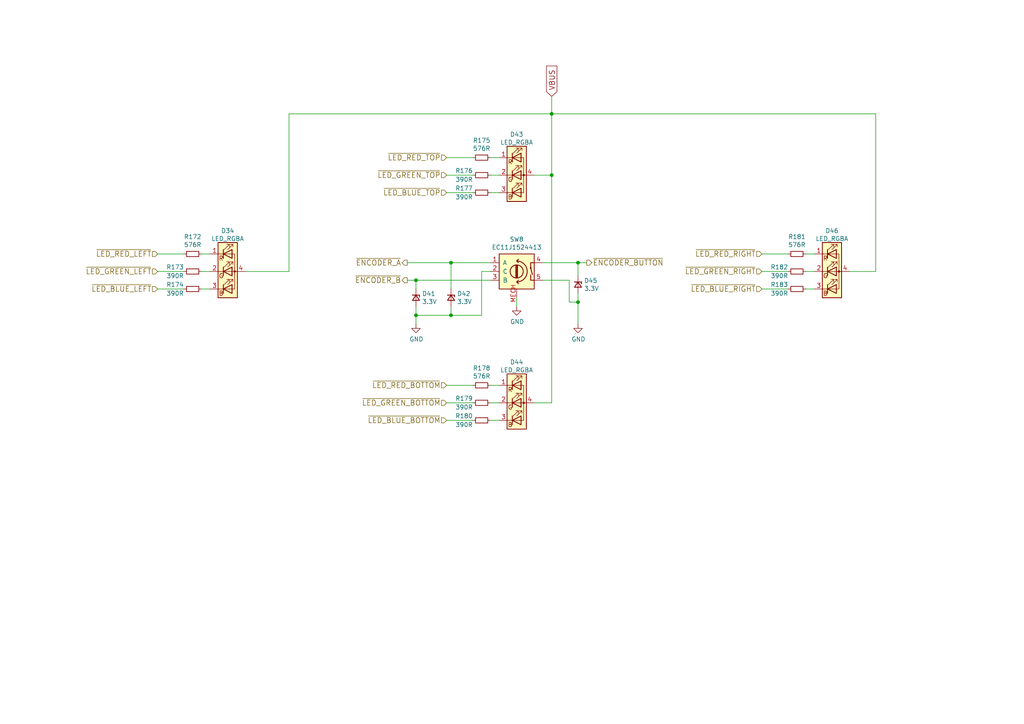
<source format=kicad_sch>
(kicad_sch (version 20211123) (generator eeschema)
  (paper "A4")
  (lib_symbols
    (symbol "Device:D_Zener_Small" (pin_numbers hide) (pin_names (offset 0.254) hide)
      (property "Reference" "D" (at 0 2.286 0))
      (property "Value" "D_Zener_Small" (at 0 -2.286 0))
      (symbol "D_Zener_Small_0_1"
        (polyline (pts (xy 0.762 0) (xy -0.762 0)))
        (polyline (pts (xy -0.254 1.016) (xy -0.762 1.016) (xy -0.762 -1.016)) (stroke (width 0.254)))
        (polyline (pts (xy 0.762 1.016) (xy -0.762 0) (xy 0.762 -1.016) (xy 0.762 1.016)) (stroke (width 0.254)))
      )
      (symbol "D_Zener_Small_1_1"
        (pin passive line (at -2.54 0 0) (length 1.778) (name "K") (number "1"))
        (pin passive line (at 2.54 0 180) (length 1.778) (name "A") (number "2"))
      )
    )
    (symbol "Device:LED_RGBA" (pin_names (offset 0) hide)
      (property "Reference" "D" (at 0 9.398 0))
      (property "Value" "LED_RGBA" (at 0 -8.89 0))
      (symbol "LED_RGBA_0_0"
        (text "B" (at -1.905 -6.35 0) (effects (font (size 1.27 1.27))))
        (text "G" (at -1.905 -1.27 0) (effects (font (size 1.27 1.27))))
        (text "R" (at -1.905 3.81 0) (effects (font (size 1.27 1.27))))
      )
      (symbol "LED_RGBA_0_1"
        (polyline (pts (xy -1.27 -5.08) (xy -2.54 -5.08)))
        (polyline (pts (xy -1.27 -5.08) (xy 1.27 -5.08)))
        (polyline (pts (xy -1.27 -3.81) (xy -1.27 -6.35)) (stroke (width 0.254)))
        (polyline (pts (xy -1.27 0) (xy -2.54 0)))
        (polyline (pts (xy -1.27 1.27) (xy -1.27 -1.27)) (stroke (width 0.254)))
        (polyline (pts (xy -1.27 5.08) (xy -2.54 5.08)))
        (polyline (pts (xy -1.27 5.08) (xy 1.27 5.08)))
        (polyline (pts (xy -1.27 6.35) (xy -1.27 3.81)) (stroke (width 0.254)))
        (polyline (pts (xy 1.27 0) (xy -1.27 0)))
        (polyline (pts (xy 1.27 0) (xy 2.54 0)))
        (polyline (pts (xy -1.27 1.27) (xy -1.27 -1.27) (xy -1.27 -1.27)))
        (polyline (pts (xy -1.27 6.35) (xy -1.27 3.81) (xy -1.27 3.81)))
        (polyline (pts (xy 1.27 -5.08) (xy 2.032 -5.08) (xy 2.032 5.08) (xy 1.27 5.08)))
        (polyline (pts (xy 1.27 -3.81) (xy 1.27 -6.35) (xy -1.27 -5.08) (xy 1.27 -3.81)) (stroke (width 0.254)))
        (polyline (pts (xy 1.27 1.27) (xy 1.27 -1.27) (xy -1.27 0) (xy 1.27 1.27)) (stroke (width 0.254)))
        (polyline (pts (xy 1.27 6.35) (xy 1.27 3.81) (xy -1.27 5.08) (xy 1.27 6.35)) (stroke (width 0.254)))
        (polyline (pts (xy -1.016 -3.81) (xy 0.508 -2.286) (xy -0.254 -2.286) (xy 0.508 -2.286) (xy 0.508 -3.048)))
        (polyline (pts (xy -1.016 1.27) (xy 0.508 2.794) (xy -0.254 2.794) (xy 0.508 2.794) (xy 0.508 2.032)))
        (polyline (pts (xy -1.016 6.35) (xy 0.508 7.874) (xy -0.254 7.874) (xy 0.508 7.874) (xy 0.508 7.112)))
        (polyline (pts (xy 0 -3.81) (xy 1.524 -2.286) (xy 0.762 -2.286) (xy 1.524 -2.286) (xy 1.524 -3.048)))
        (polyline (pts (xy 0 1.27) (xy 1.524 2.794) (xy 0.762 2.794) (xy 1.524 2.794) (xy 1.524 2.032)))
        (polyline (pts (xy 0 6.35) (xy 1.524 7.874) (xy 0.762 7.874) (xy 1.524 7.874) (xy 1.524 7.112)))
        (rectangle (start 1.27 -1.27) (end 1.27 1.27))
        (rectangle (start 1.27 1.27) (end 1.27 1.27))
        (rectangle (start 1.27 3.81) (end 1.27 6.35))
        (rectangle (start 1.27 6.35) (end 1.27 6.35))
        (circle (center 2.032 0) (radius 0.254) (fill (type outline)))
        (rectangle (start 2.794 8.382) (end -2.794 -7.62) (stroke (width 0.254)) (fill (type background)))
      )
      (symbol "LED_RGBA_1_1"
        (pin passive line (at -5.08 5.08 0) (length 2.54) (name "RK") (number "1"))
        (pin passive line (at -5.08 0 0) (length 2.54) (name "GK") (number "2"))
        (pin passive line (at -5.08 -5.08 0) (length 2.54) (name "BK") (number "3"))
        (pin passive line (at 5.08 0 180) (length 2.54) (name "A") (number "4"))
      )
    )
    (symbol "Device:R_Small" (pin_numbers hide) (pin_names (offset 0.254) hide)
      (property "Reference" "R" (at 0.762 0.508 0))
      (property "Value" "R_Small" (at 0.762 -1.016 0))
      (symbol "R_Small_0_1"
        (rectangle (start -0.762 1.778) (end 0.762 -1.778) (stroke (width 0.2032)))
      )
      (symbol "R_Small_1_1"
        (pin passive line (at 0 2.54 270) (length 0.762) (name "~") (number "1"))
        (pin passive line (at 0 -2.54 90) (length 0.762) (name "~") (number "2"))
      )
    )
    (symbol "Mainboard-rescue:GND-power" (power) (pin_names (offset 0))
      (property "Value" "GND-power" (at 0 -3.81 0))
      (symbol "GND-power_0_1"
        (polyline (pts (xy 0 0) (xy 0 -1.27) (xy 1.27 -1.27) (xy 0 -2.54) (xy -1.27 -1.27) (xy 0 -1.27)))
      )
      (symbol "GND-power_1_1"
        (pin power_in line (at 0 0 270) (length 0) hide (name "GND") (number "1"))
      )
    )
    (symbol "Mainboard:ROTARY_ENCODER_SWITCH_SMD" (pin_names (offset 1.016))
      (property "Reference" "SW" (at 0 6.604 0))
      (property "Value" "ROTARY_ENCODER_SWITCH_SMD" (at 0 -6.604 0))
      (symbol "ROTARY_ENCODER_SWITCH_SMD_0_1"
        (rectangle (start -5.08 5.08) (end 5.08 -5.08) (stroke (width 0.254)) (fill (type background)))
        (arc (start 0 -3.048) (mid 3.048 0) (end 0 3.048) (stroke (width 0.254)))
        (polyline (pts (xy -0.254 -1.778) (xy -0.254 1.778)) (stroke (width 0.254)))
        (polyline (pts (xy 0 -3.048) (xy 0.508 -3.556)) (stroke (width 0.254)))
        (polyline (pts (xy 0 -3.048) (xy 0.508 -2.54)) (stroke (width 0.254)))
        (polyline (pts (xy 0 -1.778) (xy 0 1.778)) (stroke (width 0.254)))
        (polyline (pts (xy 0 3.048) (xy 0.508 2.54)) (stroke (width 0.254)))
        (polyline (pts (xy 0.254 1.778) (xy 0.254 -1.778)) (stroke (width 0.254)))
        (polyline (pts (xy 0.508 3.556) (xy 0 3.048)) (stroke (width 0.254)))
        (polyline (pts (xy 4.064 1.016) (xy 4.572 -0.889)) (stroke (width 0.254)))
        (polyline (pts (xy 5.08 -2.54) (xy 4.064 -2.54) (xy 4.064 -1.016)) (stroke (width 0.254)))
        (polyline (pts (xy 5.08 2.54) (xy 4.064 2.54) (xy 4.064 1.016)) (stroke (width 0.254)))
        (circle (center 0 0) (radius 1.905) (stroke (width 0.254)))
        (circle (center 4.064 1.016) (radius 0.127) (stroke (width 0.254)))
      )
      (symbol "ROTARY_ENCODER_SWITCH_SMD_1_1"
        (pin input line (at -7.62 2.54 0) (length 2.54) (name "A") (number "1"))
        (pin input line (at -7.62 0 0) (length 2.54) (name "C") (number "2"))
        (pin input line (at -7.62 -2.54 0) (length 2.54) (name "B") (number "3"))
        (pin input line (at 7.62 2.54 180) (length 2.54) (name "~") (number "4"))
        (pin input line (at 7.62 -2.54 180) (length 2.54) (name "~") (number "5"))
        (pin power_in line (at 0 -7.62 90) (length 2.54) (name "~") (number "MECH"))
      )
    )
  )
  (junction (at 130.81 76.2))
  (junction (at 167.64 87.63))
  (junction (at 120.65 91.44))
  (junction (at 160.02 33.02))
  (junction (at 120.65 81.28))
  (junction (at 130.81 91.44))
  (junction (at 160.02 50.8))
  (junction (at 167.64 76.2))
  (wire (pts (xy 129.54 50.8) (xy 137.16 50.8)))
  (wire (pts (xy 129.54 111.76) (xy 137.16 111.76)))
  (wire (pts (xy 118.11 76.2) (xy 130.81 76.2)))
  (wire (pts (xy 130.81 88.9) (xy 130.81 91.44)))
  (wire (pts (xy 58.42 83.82) (xy 60.96 83.82)))
  (wire (pts (xy 45.72 78.74) (xy 53.34 78.74)))
  (wire (pts (xy 220.98 73.66) (xy 228.6 73.66)))
  (wire (pts (xy 130.81 91.44) (xy 120.65 91.44)))
  (wire (pts (xy 157.48 76.2) (xy 167.64 76.2)))
  (wire (pts (xy 142.24 45.72) (xy 144.78 45.72)))
  (wire (pts (xy 58.42 78.74) (xy 60.96 78.74)))
  (wire (pts (xy 120.65 91.44) (xy 120.65 93.98)))
  (wire (pts (xy 167.64 76.2) (xy 170.18 76.2)))
  (wire (pts (xy 118.11 81.28) (xy 120.65 81.28)))
  (wire (pts (xy 83.82 33.02) (xy 160.02 33.02)))
  (wire (pts (xy 254 33.02) (xy 254 78.74)))
  (wire (pts (xy 167.64 85.09) (xy 167.64 87.63)))
  (wire (pts (xy 129.54 116.84) (xy 137.16 116.84)))
  (wire (pts (xy 45.72 83.82) (xy 53.34 83.82)))
  (wire (pts (xy 142.24 50.8) (xy 144.78 50.8)))
  (wire (pts (xy 167.64 76.2) (xy 167.64 80.01)))
  (wire (pts (xy 149.86 86.36) (xy 149.86 88.9)))
  (wire (pts (xy 130.81 76.2) (xy 130.81 83.82)))
  (wire (pts (xy 160.02 33.02) (xy 160.02 50.8)))
  (wire (pts (xy 233.68 83.82) (xy 236.22 83.82)))
  (wire (pts (xy 120.65 81.28) (xy 142.24 81.28)))
  (wire (pts (xy 58.42 73.66) (xy 60.96 73.66)))
  (wire (pts (xy 160.02 116.84) (xy 154.94 116.84)))
  (wire (pts (xy 129.54 55.88) (xy 137.16 55.88)))
  (wire (pts (xy 45.72 73.66) (xy 53.34 73.66)))
  (wire (pts (xy 139.7 78.74) (xy 139.7 91.44)))
  (wire (pts (xy 139.7 91.44) (xy 130.81 91.44)))
  (wire (pts (xy 142.24 55.88) (xy 144.78 55.88)))
  (wire (pts (xy 167.64 87.63) (xy 167.64 93.98)))
  (wire (pts (xy 129.54 121.92) (xy 137.16 121.92)))
  (wire (pts (xy 160.02 50.8) (xy 160.02 116.84)))
  (wire (pts (xy 220.98 83.82) (xy 228.6 83.82)))
  (wire (pts (xy 120.65 81.28) (xy 120.65 83.82)))
  (wire (pts (xy 233.68 73.66) (xy 236.22 73.66)))
  (wire (pts (xy 165.1 81.28) (xy 165.1 87.63)))
  (wire (pts (xy 160.02 33.02) (xy 254 33.02)))
  (wire (pts (xy 142.24 116.84) (xy 144.78 116.84)))
  (wire (pts (xy 83.82 33.02) (xy 83.82 78.74)))
  (wire (pts (xy 142.24 111.76) (xy 144.78 111.76)))
  (wire (pts (xy 142.24 121.92) (xy 144.78 121.92)))
  (wire (pts (xy 142.24 78.74) (xy 139.7 78.74)))
  (wire (pts (xy 233.68 78.74) (xy 236.22 78.74)))
  (wire (pts (xy 254 78.74) (xy 246.38 78.74)))
  (wire (pts (xy 165.1 87.63) (xy 167.64 87.63)))
  (wire (pts (xy 157.48 81.28) (xy 165.1 81.28)))
  (wire (pts (xy 83.82 78.74) (xy 71.12 78.74)))
  (wire (pts (xy 160.02 27.94) (xy 160.02 33.02)))
  (wire (pts (xy 129.54 45.72) (xy 137.16 45.72)))
  (wire (pts (xy 220.98 78.74) (xy 228.6 78.74)))
  (wire (pts (xy 130.81 76.2) (xy 142.24 76.2)))
  (wire (pts (xy 160.02 50.8) (xy 154.94 50.8)))
  (wire (pts (xy 120.65 88.9) (xy 120.65 91.44)))
  (global_label "VBUS" (shape input) (at 160.02 27.94 90) (effects (font (size 1.524 1.524))) (property "Referenzen zwischen Schaltplänen" "${INTERSHEET_REFS}" (effects hide)))
  (hierarchical_label "~{ENCODER_B}" (shape output) (at 118.11 81.28 180) (effects (font (size 1.524 1.524))))
  (hierarchical_label "~{LED_BLUE_TOP}" (shape input) (at 129.54 55.88 180) (effects (font (size 1.524 1.524))))
  (hierarchical_label "~{LED_BLUE_LEFT}" (shape input) (at 45.72 83.82 180) (effects (font (size 1.524 1.524))))
  (hierarchical_label "~{ENCODER_A}" (shape output) (at 118.11 76.2 180) (effects (font (size 1.524 1.524))))
  (hierarchical_label "~{LED_RED_BOTTOM}" (shape input) (at 129.54 111.76 180) (effects (font (size 1.524 1.524))))
  (hierarchical_label "~{LED_GREEN_BOTTOM}" (shape input) (at 129.54 116.84 180) (effects (font (size 1.524 1.524))))
  (hierarchical_label "~{LED_GREEN_TOP}" (shape input) (at 129.54 50.8 180) (effects (font (size 1.524 1.524))))
  (hierarchical_label "~{LED_RED_RIGHT}" (shape input) (at 220.98 73.66 180) (effects (font (size 1.524 1.524))))
  (hierarchical_label "~{LED_BLUE_BOTTOM}" (shape input) (at 129.54 121.92 180) (effects (font (size 1.524 1.524))))
  (hierarchical_label "~{LED_GREEN_LEFT}" (shape input) (at 45.72 78.74 180) (effects (font (size 1.524 1.524))))
  (hierarchical_label "~{LED_GREEN_RIGHT}" (shape input) (at 220.98 78.74 180) (effects (font (size 1.524 1.524))))
  (hierarchical_label "~{ENCODER_BUTTON}" (shape output) (at 170.18 76.2 0) (effects (font (size 1.524 1.524))))
  (hierarchical_label "~{LED_RED_TOP}" (shape input) (at 129.54 45.72 180) (effects (font (size 1.524 1.524))))
  (hierarchical_label "~{LED_RED_LEFT}" (shape input) (at 45.72 73.66 180) (effects (font (size 1.524 1.524))))
  (hierarchical_label "~{LED_BLUE_RIGHT}" (shape input) (at 220.98 83.82 180) (effects (font (size 1.524 1.524))))
  (symbol (lib_id "Device:D_Zener_Small") (at 167.64 82.55 270) (unit 1)
    (property "Reference" "D45" (at 169.3926 81.3816 90) (effects (justify left)))
    (property "Value" "3.3V" (at 169.3926 83.693 90) (effects (justify left)))
    (property "Footprint" "Diodes_SMD:SOD-523" (effects hide))
    (property "Manufacturer" "On Semiconductor" (effects hide))
    (property "Type" "ESD5Z3.3T1G" (effects hide))
    (property "Source" "Farnell" (effects hide))
    (property "Order Number" "2317508" (effects hide))
  )
  (symbol (lib_id "Device:D_Zener_Small") (at 120.65 86.36 270) (unit 1)
    (property "Reference" "D41" (at 122.4026 85.1916 90) (effects (justify left)))
    (property "Value" "3.3V" (at 122.4026 87.503 90) (effects (justify left)))
    (property "Footprint" "Diodes_SMD:SOD-523" (effects hide))
    (property "Manufacturer" "On Semiconductor" (effects hide))
    (property "Type" "ESD5Z3.3T1G" (effects hide))
    (property "Source" "Farnell" (effects hide))
    (property "Order Number" "2317508" (effects hide))
  )
  (symbol (lib_id "Device:D_Zener_Small") (at 130.81 86.36 270) (unit 1)
    (property "Reference" "D42" (at 132.5626 85.1916 90) (effects (justify left)))
    (property "Value" "3.3V" (at 132.5626 87.503 90) (effects (justify left)))
    (property "Footprint" "Diodes_SMD:SOD-523" (effects hide))
    (property "Manufacturer" "On Semiconductor" (effects hide))
    (property "Type" "ESD5Z3.3T1G" (effects hide))
    (property "Source" "Farnell" (effects hide))
    (property "Order Number" "2317508" (effects hide))
  )
  (symbol (lib_id "Mainboard:ROTARY_ENCODER_SWITCH_SMD") (at 149.86 78.74 0) (unit 1)
    (property "Reference" "SW8" (at 149.86 69.4182 0))
    (property "Value" "EC11J1524413" (at 149.86 71.7296 0))
    (property "Footprint" "Various:Encoder_Alps_EC11J" (effects hide))
    (property "Manufacturer" "Alps" (effects hide))
    (property "Type" "EC11J1524413" (effects hide))
    (property "Source" "Farnell" (effects hide))
    (property "Order Number" "2065030" (effects hide))
  )
  (symbol (lib_id "Device:LED_RGBA") (at 149.86 116.84 0) (unit 1)
    (property "Reference" "D44" (at 149.86 105.029 0))
    (property "Value" "LED_RGBA" (at 149.86 107.3404 0))
    (property "Footprint" "Various:LED-PLCC4" (effects hide))
    (property "Manufacturer" "Broadcom" (effects hide))
    (property "Type" "ASMB-MTB1-0A3A2" (effects hide))
    (property "Source" "Farnell" (effects hide))
    (property "Order Number" "2401106" (effects hide))
  )
  (symbol (lib_id "Device:R_Small") (at 139.7 111.76 270) (unit 1)
    (property "Reference" "R178" (at 139.7 106.7816 90))
    (property "Value" "576R" (at 139.7 109.093 90))
    (property "Footprint" "Resistors_SMD:R_0603_HandSoldering" (effects hide))
    (property "Manufacturer" "Value" (effects hide))
    (property "Type" "Value" (effects hide))
    (property "Source" "Farnell" (effects hide))
    (property "Order Number" "Value" (effects hide))
  )
  (symbol (lib_id "Device:R_Small") (at 139.7 116.84 270) (unit 1)
    (property "Reference" "R179" (at 137.16 115.57 90) (effects (justify right)))
    (property "Value" "390R" (at 137.16 118.11 90) (effects (justify right)))
    (property "Footprint" "Resistors_SMD:R_0603_HandSoldering" (effects hide))
    (property "Manufacturer" "Value" (effects hide))
    (property "Type" "Value" (effects hide))
    (property "Source" "Farnell" (effects hide))
    (property "Order Number" "Value" (effects hide))
  )
  (symbol (lib_id "Device:R_Small") (at 139.7 121.92 270) (unit 1)
    (property "Reference" "R180" (at 137.16 120.65 90) (effects (justify right)))
    (property "Value" "390R" (at 137.16 123.19 90) (effects (justify right)))
    (property "Footprint" "Resistors_SMD:R_0603_HandSoldering" (effects hide))
    (property "Manufacturer" "Value" (effects hide))
    (property "Type" "Value" (effects hide))
    (property "Source" "Farnell" (effects hide))
    (property "Order Number" "Value" (effects hide))
  )
  (symbol (lib_id "Device:LED_RGBA") (at 149.86 50.8 0) (unit 1)
    (property "Reference" "D43" (at 149.86 38.989 0))
    (property "Value" "LED_RGBA" (at 149.86 41.3004 0))
    (property "Footprint" "Various:LED-PLCC4" (effects hide))
    (property "Manufacturer" "Broadcom" (effects hide))
    (property "Type" "ASMB-MTB1-0A3A2" (effects hide))
    (property "Source" "Farnell" (effects hide))
    (property "Order Number" "2401106" (effects hide))
  )
  (symbol (lib_id "Device:R_Small") (at 139.7 45.72 270) (unit 1)
    (property "Reference" "R175" (at 139.7 40.7416 90))
    (property "Value" "576R" (at 139.7 43.053 90))
    (property "Footprint" "Resistors_SMD:R_0603_HandSoldering" (effects hide))
    (property "Manufacturer" "Value" (effects hide))
    (property "Type" "Value" (effects hide))
    (property "Source" "Farnell" (effects hide))
    (property "Order Number" "Value" (effects hide))
  )
  (symbol (lib_id "Device:R_Small") (at 139.7 50.8 270) (unit 1)
    (property "Reference" "R176" (at 137.16 49.53 90) (effects (justify right)))
    (property "Value" "390R" (at 137.16 52.07 90) (effects (justify right)))
    (property "Footprint" "Resistors_SMD:R_0603_HandSoldering" (effects hide))
    (property "Manufacturer" "Value" (effects hide))
    (property "Type" "Value" (effects hide))
    (property "Source" "Farnell" (effects hide))
    (property "Order Number" "Value" (effects hide))
  )
  (symbol (lib_id "Device:R_Small") (at 139.7 55.88 270) (unit 1)
    (property "Reference" "R177" (at 137.16 54.61 90) (effects (justify right)))
    (property "Value" "390R" (at 137.16 57.15 90) (effects (justify right)))
    (property "Footprint" "Resistors_SMD:R_0603_HandSoldering" (effects hide))
    (property "Manufacturer" "Value" (effects hide))
    (property "Type" "Value" (effects hide))
    (property "Source" "Farnell" (effects hide))
    (property "Order Number" "Value" (effects hide))
  )
  (symbol (lib_id "Device:LED_RGBA") (at 66.04 78.74 0) (unit 1)
    (property "Reference" "D34" (at 66.04 66.929 0))
    (property "Value" "LED_RGBA" (at 66.04 69.2404 0))
    (property "Footprint" "Various:LED-PLCC4" (effects hide))
    (property "Manufacturer" "Broadcom" (effects hide))
    (property "Type" "ASMB-MTB1-0A3A2" (effects hide))
    (property "Source" "Farnell" (effects hide))
    (property "Order Number" "2401106" (effects hide))
  )
  (symbol (lib_id "Device:R_Small") (at 55.88 73.66 270) (unit 1)
    (property "Reference" "R172" (at 55.88 68.6816 90))
    (property "Value" "576R" (at 55.88 70.993 90))
    (property "Footprint" "Resistors_SMD:R_0603_HandSoldering" (effects hide))
    (property "Manufacturer" "Value" (effects hide))
    (property "Type" "Value" (effects hide))
    (property "Source" "Farnell" (effects hide))
    (property "Order Number" "Value" (effects hide))
  )
  (symbol (lib_id "Device:R_Small") (at 55.88 78.74 270) (unit 1)
    (property "Reference" "R173" (at 53.34 77.47 90) (effects (justify right)))
    (property "Value" "390R" (at 53.34 80.01 90) (effects (justify right)))
    (property "Footprint" "Resistors_SMD:R_0603_HandSoldering" (effects hide))
    (property "Manufacturer" "Value" (effects hide))
    (property "Type" "Value" (effects hide))
    (property "Source" "Farnell" (effects hide))
    (property "Order Number" "Value" (effects hide))
  )
  (symbol (lib_id "Device:R_Small") (at 55.88 83.82 270) (unit 1)
    (property "Reference" "R174" (at 53.34 82.55 90) (effects (justify right)))
    (property "Value" "390R" (at 53.34 85.09 90) (effects (justify right)))
    (property "Footprint" "Resistors_SMD:R_0603_HandSoldering" (effects hide))
    (property "Manufacturer" "Value" (effects hide))
    (property "Type" "Value" (effects hide))
    (property "Source" "Farnell" (effects hide))
    (property "Order Number" "Value" (effects hide))
  )
  (symbol (lib_id "Device:LED_RGBA") (at 241.3 78.74 0) (unit 1)
    (property "Reference" "D46" (at 241.3 66.929 0))
    (property "Value" "LED_RGBA" (at 241.3 69.2404 0))
    (property "Footprint" "Various:LED-PLCC4" (effects hide))
    (property "Manufacturer" "Broadcom" (effects hide))
    (property "Type" "ASMB-MTB1-0A3A2" (effects hide))
    (property "Source" "Farnell" (effects hide))
    (property "Order Number" "2401106" (effects hide))
  )
  (symbol (lib_id "Device:R_Small") (at 231.14 73.66 270) (unit 1)
    (property "Reference" "R181" (at 231.14 68.6816 90))
    (property "Value" "576R" (at 231.14 70.993 90))
    (property "Footprint" "Resistors_SMD:R_0603_HandSoldering" (effects hide))
    (property "Manufacturer" "Value" (effects hide))
    (property "Type" "Value" (effects hide))
    (property "Source" "Farnell" (effects hide))
    (property "Order Number" "Value" (effects hide))
  )
  (symbol (lib_id "Device:R_Small") (at 231.14 78.74 270) (unit 1)
    (property "Reference" "R182" (at 228.6 77.47 90) (effects (justify right)))
    (property "Value" "390R" (at 228.6 80.01 90) (effects (justify right)))
    (property "Footprint" "Resistors_SMD:R_0603_HandSoldering" (effects hide))
    (property "Manufacturer" "Value" (effects hide))
    (property "Type" "Value" (effects hide))
    (property "Source" "Farnell" (effects hide))
    (property "Order Number" "Value" (effects hide))
  )
  (symbol (lib_id "Device:R_Small") (at 231.14 83.82 270) (unit 1)
    (property "Reference" "R183" (at 228.6 82.55 90) (effects (justify right)))
    (property "Value" "390R" (at 228.6 85.09 90) (effects (justify right)))
    (property "Footprint" "Resistors_SMD:R_0603_HandSoldering" (effects hide))
    (property "Manufacturer" "Value" (effects hide))
    (property "Type" "Value" (effects hide))
    (property "Source" "Farnell" (effects hide))
    (property "Order Number" "Value" (effects hide))
  )
  (symbol (lib_id "Mainboard-rescue:GND-power") (at 120.65 93.98 0) (unit 1)
    (property "Reference" "#PWR0300" (effects hide))
    (property "Value" "GND" (at 120.777 98.3742 0))
  )
  (symbol (lib_id "Mainboard-rescue:GND-power") (at 167.64 93.98 0) (unit 1)
    (property "Reference" "#PWR0301" (effects hide))
    (property "Value" "GND" (at 167.767 98.3742 0))
  )
  (symbol (lib_id "Mainboard-rescue:GND-power") (at 149.86 88.9 0) (unit 1)
    (property "Reference" "#PWR0302" (effects hide))
    (property "Value" "GND" (at 149.987 93.2942 0))
  )
)
</source>
